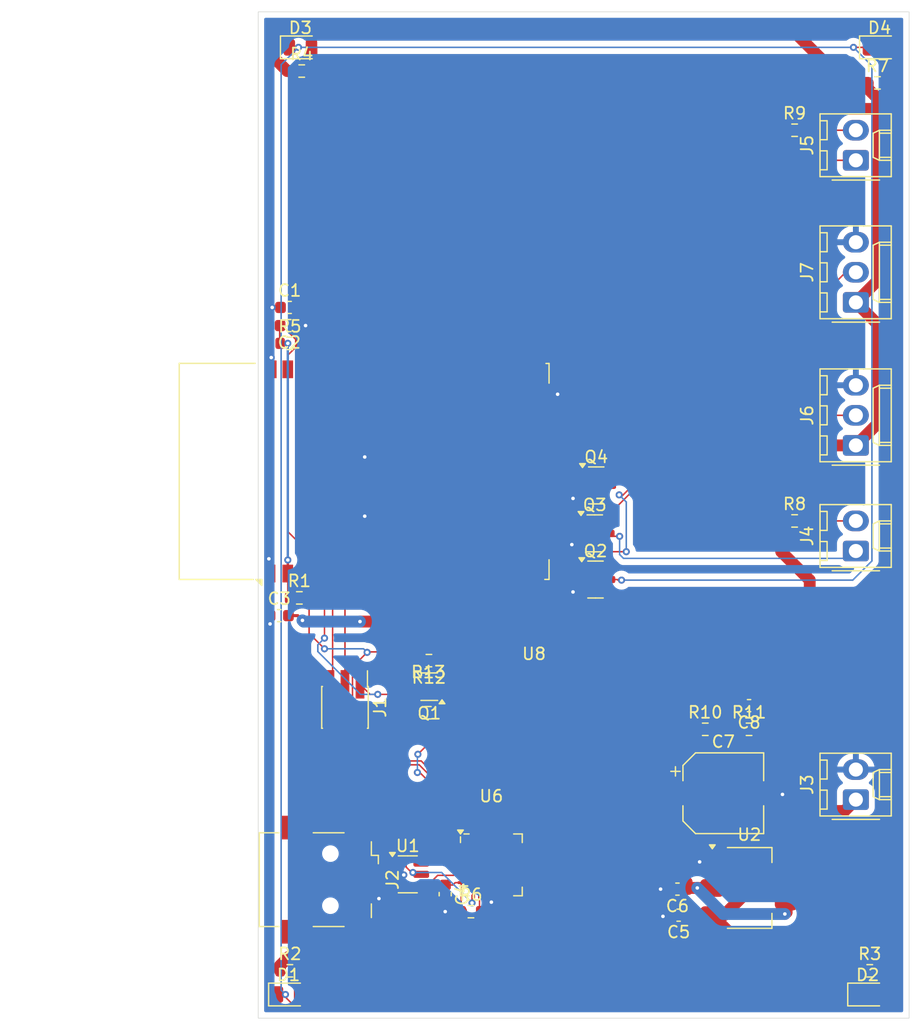
<source format=kicad_pcb>
(kicad_pcb (version 20240108) (generator "pcbnew") (generator_version "8.0")
  (layers (0 "F.Cu" signal) (31 "B.Cu" signal) (34 "B.Paste" user) (35 "F.Paste" user) (36 "B.SilkS" user "B.Silkscreen") (37 "F.SilkS" user "F.Silkscreen") (38 "B.Mask" user) (39 "F.Mask" user) (44 "Edge.Cuts" user))
  (net 0 "")
  (net 1 "EN")
  (net 2 "GND")
  (net 3 "+3.3V")
  (net 4 "+BATT")
  (net 5 "Net-(D1-K)")
  (net 6 "Net-(D1-A)")
  (net 7 "Net-(D2-A)")
  (net 8 "Net-(D3-A)")
  (net 9 "Net-(D4-A)")
  (net 10 "TX")
  (net 11 "+3V3")
  (net 12 "D0")
  (net 13 "GNDD")
  (net 14 "RX")
  (net 15 "Net-(J2-D-)")
  (net 16 "+5V")
  (net 17 "Net-(J2-D+)")
  (net 18 "Net-(J4-Pin_2)")
  (net 19 "Net-(J4-Pin_1)")
  (net 20 "Net-(J5-Pin_2)")
  (net 21 "Net-(J5-Pin_1)")
  (net 22 "/ESP32/GPIO16")
  (net 23 "/ESP32/GPIO14")
  (net 24 "Net-(Q1A-E1)")
  (net 25 "Net-(Q1B-E2)")
  (net 26 "Net-(Q1A-B1)")
  (net 27 "Net-(Q1B-B2)")
  (net 28 "/ESP32/GPIO15")
  (net 29 "/ESP32/GPIO17")
  (net 30 "/ESP32/GPIO18")
  (net 31 "Net-(U6-~{RST})")
  (net 32 "/USB Serial/USB_P")
  (net 33 "/USB Serial/USB_N")
  (net 50 "/ESP32/GPIO37")
  (net 52 "/ESP32/GPIO38")
  (net 53 "/ESP32/GPIO4")
  (net 54 "/ESP32/GPIO13")
  (net 55 "/ESP32/GPIO9")
  (net 57 "/ESP32/GPIO11")
  (net 58 "/ESP32/GPIO6")
  (net 59 "/ESP32/GPIO7")
  (net 61 "/ESP32/GPIO5")
  (net 68 "/ESP32/GPIO8")
  (net 69 "/ESP32/GPIO2")
  (net 72 "/ESP32/GPIO12")
  (net 74 "/ESP32/GPIO10")
  (net 75 "/ESP32/GPIO35")
  (net 77 "/ESP32/GPIO40")
  (footprint "Capacitor_SMD:C_0603_1608Metric" (layer "F.Cu") (at 134.125 75.5 180)
    (property "Reference" "C2")
    (property "Value" "0.1uf")
  )
  (footprint "Resistor_SMD:R_0603_1608Metric" (layer "F.Cu") (at 149.475 125)
    (property "Reference" "R6")
    (property "Value" "1k")
  )
  (footprint "Package_TO_SOT_SMD:SOT-23" (layer "F.Cu") (at 160 96.95)
    (property "Reference" "Q2")
    (property "Value" "AO3400A")
  )
  (footprint "Resistor_SMD:R_0603_1608Metric" (layer "F.Cu") (at 183.825 55)
    (property "Reference" "R7")
    (property "Value" "1k")
  )
  (footprint "Connector_Molex:Molex_KK-254_AE-6410-03A_1x03_P2.54mm_Vertical" (layer "F.Cu") (at 182 85.62 90)
    (property "Reference" "J6")
    (property "Value" "SpeedController")
  )
  (footprint "LED_SMD:LED_0805_2012Metric" (layer "F.Cu") (at 134.0625 132)
    (property "Reference" "D1")
    (property "Value" "LED")
  )
  (footprint "Resistor_SMD:R_0603_1608Metric" (layer "F.Cu") (at 176.825 92)
    (property "Reference" "R8")
    (property "Value" "1k")
  )
  (footprint "Package_TO_SOT_SMD:SOT-23" (layer "F.Cu") (at 160.0625 89)
    (property "Reference" "Q4")
    (property "Value" "AO3400A")
  )
  (footprint "Connector_Molex:Molex_KK-254_AE-6410-03A_1x03_P2.54mm_Vertical" (layer "F.Cu") (at 182 73.54 90)
    (property "Reference" "J7")
    (property "Value" "Servo")
  )
  (footprint "Capacitor_SMD:C_0603_1608Metric" (layer "F.Cu") (at 147.3 123.525 -90)
    (property "Reference" "C4")
    (property "Value" "10u")
  )
  (footprint "Connector_USB:USB_Mini-B_Wuerth_65100516121_Horizontal" (layer "F.Cu") (at 137.6 122.3 -90)
    (property "Reference" "J2")
    (property "Value" "USB_A")
  )
  (footprint "Package_TO_SOT_SMD:SOT-223-3_TabPin2" (layer "F.Cu") (at 173 123)
    (property "Reference" "U2")
    (property "Value" "AP1117-33")
  )
  (footprint "Package_DFN_QFN:QFN-28-1EP_5x5mm_P0.5mm_EP3.35x3.35mm" (layer "F.Cu") (at 151.2 121.05)
    (property "Reference" "U6")
    (property "Value" "CP2102N-Axx-xQFN28")
  )
  (footprint "Connector_Molex:Molex_KK-254_AE-6410-02A_1x02_P2.54mm_Vertical" (layer "F.Cu") (at 182 115.54 90)
    (property "Reference" "J3")
    (property "Value" "Battery")
  )
  (footprint "Capacitor_SMD:C_0603_1608Metric" (layer "F.Cu") (at 167.025 125.3 180)
    (property "Reference" "C5")
    (property "Value" "1u")
  )
  (footprint "Package_TO_SOT_SMD:SOT-363_SC-70-6" (layer "F.Cu") (at 145.95 106 180)
    (property "Reference" "Q1")
    (property "Value" "BC846BS")
  )
  (footprint "LED_SMD:LED_0805_2012Metric" (layer "F.Cu") (at 135.0625 52)
    (property "Reference" "D3")
    (property "Value" "LED")
  )
  (footprint "RF_Module:ESP32-S2-WROVER" (layer "F.Cu") (at 144.275 87.82 90)
    (property "Reference" "U8")
    (property "Value" "ESP32-S2-WROVER")
  )
  (footprint "Resistor_SMD:R_0603_1608Metric" (layer "F.Cu") (at 134.975 98.5)
    (property "Reference" "R1")
    (property "Value" "10K")
  )
  (footprint "Capacitor_SMD:C_0603_1608Metric" (layer "F.Cu") (at 166.925 123.1 180)
    (property "Reference" "C6")
    (property "Value" "1u")
  )
  (footprint "Connector_Molex:Molex_KK-254_AE-6410-02A_1x02_P2.54mm_Vertical" (layer "F.Cu") (at 182 94.54 90)
    (property "Reference" "J4")
    (property "Value" "Conn_01x02")
  )
  (footprint "Resistor_SMD:R_0603_1608Metric" (layer "F.Cu") (at 169.275 109.6)
    (property "Reference" "R10")
    (property "Value" "10K")
  )
  (footprint "Package_TO_SOT_SMD:SOT-23-6" (layer "F.Cu") (at 144.1375 121.85)
    (property "Reference" "U1")
    (property "Value" "USBLC6-2SC6")
  )
  (footprint "Resistor_SMD:R_0603_1608Metric" (layer "F.Cu") (at 176.825 59)
    (property "Reference" "R9")
    (property "Value" "1k")
  )
  (footprint "Resistor_SMD:R_0603_1608Metric" (layer "F.Cu") (at 172.975 109.6)
    (property "Reference" "R11")
    (property "Value" "10K")
  )
  (footprint "Connector_PinHeader_1.27mm:PinHeader_2x03_P1.27mm_Vertical_SMD" (layer "F.Cu") (at 138.83 107.75 -90)
    (property "Reference" "J1")
    (property "Value" "Prog")
  )
  (footprint "Capacitor_SMD:CP_Elec_6.3x5.4" (layer "F.Cu") (at 170.8 115)
    (property "Reference" "C7")
    (property "Value" "100uF")
  )
  (footprint "Capacitor_SMD:C_0603_1608Metric" (layer "F.Cu") (at 172.975 107.6 180)
    (property "Reference" "C8")
    (property "Value" "0.1uf")
  )
  (footprint "LED_SMD:LED_0805_2012Metric" (layer "F.Cu") (at 183 132)
    (property "Reference" "D2")
    (property "Value" "LED")
  )
  (footprint "Resistor_SMD:R_0603_1608Metric" (layer "F.Cu") (at 134.175 77)
    (property "Reference" "R5")
    (property "Value" "10K")
  )
  (footprint "LED_SMD:LED_0805_2012Metric" (layer "F.Cu") (at 184 52)
    (property "Reference" "D4")
    (property "Value" "LED")
  )
  (footprint "Resistor_SMD:R_0603_1608Metric" (layer "F.Cu") (at 135.175 54)
    (property "Reference" "R4")
    (property "Value" "1k")
  )
  (footprint "Capacitor_SMD:C_0603_1608Metric" (layer "F.Cu") (at 133.275 100)
    (property "Reference" "C3")
    (property "Value" "0.1uf")
  )
  (footprint "Resistor_SMD:R_0603_1608Metric" (layer "F.Cu") (at 145.875 108.2)
    (property "Reference" "R13")
    (property "Value" "10k")
  )
  (footprint "Resistor_SMD:R_0603_1608Metric" (layer "F.Cu") (at 183.175 130)
    (property "Reference" "R3")
    (property "Value" "1k")
  )
  (footprint "Connector_Molex:Molex_KK-254_AE-6410-02A_1x02_P2.54mm_Vertical" (layer "F.Cu") (at 182 61.54 90)
    (property "Reference" "J5")
    (property "Value" "Conn_01x02")
  )
  (footprint "Resistor_SMD:R_0603_1608Metric" (layer "F.Cu") (at 145.925 103.8 180)
    (property "Reference" "R12")
    (property "Value" "10k")
  )
  (footprint "Package_TO_SOT_SMD:SOT-23" (layer "F.Cu") (at 159.9375 93.05)
    (property "Reference" "Q3")
    (property "Value" "AO3400A")
  )
  (footprint "Resistor_SMD:R_0603_1608Metric" (layer "F.Cu") (at 134.175 130)
    (property "Reference" "R2")
    (property "Value" "1k")
  )
  (footprint "Capacitor_SMD:C_0603_1608Metric" (layer "F.Cu") (at 134.15675 73.96825)
    (property "Reference" "C1")
    (property "Value" "0.1uf")
  )
  (gr_rect (start 131.5 49) (end 186.5 134) (stroke (width 0.05)) (fill none) (layer "Edge.Cuts"))
  (segment (start 140.95 106.65) (end 140.1 105.8) (width 0.127) (layer "F.Cu") (net 1))
  (segment (start 134 92.9) (end 136.2865 95.1865) (width 0.127) (layer "F.Cu") (net 1))
  (segment (start 136.2865 97.5865) (end 137.1 98.4) (width 0.127) (layer "F.Cu") (net 1))
  (segment (start 145 106.65) (end 140.95 106.65) (width 0.127) (layer "F.Cu") (net 1))
  (segment (start 134 79.195) (end 134 92.9) (width 0.127) (layer "F.Cu") (net 1))
  (segment (start 135 77) (end 134.1865 76.1865) (width 0.127) (layer "F.Cu") (net 1))
  (segment (start 134.1865 76.1865) (end 134.1865 74.7135) (width 0.127) (layer "F.Cu") (net 1))
  (segment (start 134 78) (end 134 79.195) (width 0.127) (layer "F.Cu") (net 1))
  (segment (start 135 77) (end 134 78) (width 0.127) (layer "F.Cu") (net 1))
  (segment (start 136.2865 95.1865) (end 136.2865 97.5865) (width 0.127) (layer "F.Cu") (net 1))
  (segment (start 134.1865 74.7135) (end 134.93175 73.96825) (width 0.127) (layer "F.Cu") (net 1))
  (segment (start 137.1 98.4) (end 137.1 101.9) (width 0.127) (layer "F.Cu") (net 1))
  (via (at 141.6 106.65) (size 0.6) (drill 0.3) (layers "F.Cu" "B.Cu") (net 1))
  (via (at 137.1 101.9) (size 0.6) (drill 0.3) (layers "F.Cu" "B.Cu") (net 1))
  (segment (start 137.1 101.9) (end 136.5365 102.4635) (width 0.127) (layer "B.Cu") (net 1))
  (segment (start 136.5365 102.4635) (end 136.5365 103.03341) (width 0.127) (layer "B.Cu") (net 1))
  (segment (start 136.5365 103.03341) (end 140.15309 106.65) (width 0.127) (layer "B.Cu") (net 1))
  (segment (start 140.15309 106.65) (end 141.6 106.65) (width 0.127) (layer "B.Cu") (net 1))
  (segment (start 143 121.85) (end 143.75 121.85) (width 0.127) (layer "F.Cu") (net 2))
  (segment (start 156.57 81.07) (end 156.8 81.3) (width 0.127) (layer "F.Cu") (net 2))
  (segment (start 140.54 89.01) (end 140.54 91.56) (width 0.127) (layer "F.Cu") (net 2))
  (segment (start 133.38175 73.96825) (end 132.68175 73.96825) (width 0.127) (layer "F.Cu") (net 2))
  (segment (start 150.7 120.55) (end 151.2 121.05) (width 0.127) (layer "F.Cu") (net 2))
  (segment (start 148.75 120.55) (end 150.7 120.55) (width 0.127) (layer "F.Cu") (net 2))
  (segment (start 173.6 115) (end 175.7 115) (width 1) (layer "F.Cu") (net 2))
  (segment (start 132.5 96.445) (end 132.5 95.3) (width 0.127) (layer "F.Cu") (net 2))
  (segment (start 140.2 123.9) (end 141.7 123.9) (width 0.127) (layer "F.Cu") (net 2))
  (segment (start 175.7 115) (end 175.8 115.1) (width 1) (layer "F.Cu") (net 2))
  (segment (start 132.5 100) (end 132.5 100.7) (width 0.127) (layer "F.Cu") (net 2))
  (segment (start 159 94) (end 158 94) (width 0.127) (layer "F.Cu") (net 2))
  (segment (start 132.6 79.195) (end 132.6 78.2) (width 0.127) (layer "F.Cu") (net 2))
  (segment (start 140.54 91.56) (end 140.5 91.6) (width 0.127) (layer "F.Cu") (net 2))
  (segment (start 134.9 75.5) (end 135.5 75.5) (width 0.127) (layer "F.Cu") (net 2))
  (segment (start 151.2 123.5) (end 151.2 124.2) (width 0.127) (layer "F.Cu") (net 2))
  (segment (start 169.85 120.7) (end 168.9 120.7) (width 1) (layer "F.Cu") (net 2))
  (segment (start 165.8 125.3) (end 165.7 125.4) (width 0.254) (layer "F.Cu") (net 2))
  (segment (start 168.9 120.7) (end 168.8 120.8) (width 1) (layer "F.Cu") (net 2))
  (segment (start 166.25 125.3) (end 165.8 125.3) (width 0.254) (layer "F.Cu") (net 2))
  (segment (start 140.2 123.1) (end 140.2 123.9) (width 0.127) (layer "F.Cu") (net 2))
  (segment (start 159.125 89.95) (end 158.25 89.95) (width 0.127) (layer "F.Cu") (net 2))
  (segment (start 166.15 123.1) (end 165.5 123.1) (width 0.254) (layer "F.Cu") (net 2))
  (segment (start 158.2 97.9) (end 158.1 98) (width 0.127) (layer "F.Cu") (net 2))
  (segment (start 140.54 89.01) (end 140.54 86.64) (width 0.127) (layer "F.Cu") (net 2))
  (segment (start 132.5 95.3) (end 132.4 95.2) (width 0.127) (layer "F.Cu") (net 2))
  (segment (start 159.0625 97.9) (end 158.2 97.9) (width 0.127) (layer "F.Cu") (net 2))
  (segment (start 155.75 81.07) (end 156.57 81.07) (width 0.127) (layer "F.Cu") (net 2))
  (segment (start 140.54 86.64) (end 140.5 86.6) (width 0.127) (layer "F.Cu") (net 2))
  (segment (start 147.3 124.3) (end 147.3 125) (width 0.127) (layer "F.Cu") (net 2))
  (segment (start 158.25 89.95) (end 158.1 90.1) (width 0.127) (layer "F.Cu") (net 2))
  (segment (start 143.75 121.85) (end 143.8 121.9) (width 0.127) (layer "F.Cu") (net 2))
  (segment (start 151.2 123.5) (end 151.2 121.05) (width 0.127) (layer "F.Cu") (net 2))
  (via (at 135.5 75.5) (size 0.6) (drill 0.3) (layers "F.Cu" "B.Cu") (net 2))
  (via (at 140.5 91.6) (size 0.6) (drill 0.3) (layers "F.Cu" "B.Cu") (net 2))
  (via (at 141.7 123.9) (size 0.6) (drill 0.3) (layers "F.Cu" "B.Cu") (net 2))
  (via (at 165.5 123.1) (size 0.6) (drill 0.3) (layers "F.Cu" "B.Cu") (net 2))
  (via (at 143.8 121.9) (size 0.6) (drill 0.3) (layers "F.Cu" "B.Cu") (net 2))
  (via (at 151.2 124.2) (size 0.6) (drill 0.3) (layers "F.Cu" "B.Cu") (net 2))
  (via (at 156.8 81.3) (size 0.6) (drill 0.3) (layers "F.Cu" "B.Cu") (net 2))
  (via (at 132.6 78.2) (size 0.6) (drill 0.3) (layers "F.Cu" "B.Cu") (net 2))
  (via (at 140.5 86.6) (size 0.6) (drill 0.3) (layers "F.Cu" "B.Cu") (net 2))
  (via (at 168.8 120.8) (size 0.6) (drill 0.3) (layers "F.Cu" "B.Cu") (net 2))
  (via (at 132.5 100.7) (size 0.6) (drill 0.3) (layers "F.Cu" "B.Cu") (net 2))
  (via (at 147.3 125) (size 0.6) (drill 0.3) (layers "F.Cu" "B.Cu") (net 2))
  (via (at 175.8 115.1) (size 0.6) (drill 0.3) (layers "F.Cu" "B.Cu") (net 2))
  (via (at 132.68175 73.96825) (size 0.6) (drill 0.3) (layers "F.Cu" "B.Cu") (net 2))
  (via (at 132.4 95.2) (size 0.6) (drill 0.3) (layers "F.Cu" "B.Cu") (net 2))
  (via (at 165.7 125.4) (size 0.6) (drill 0.3) (layers "F.Cu" "B.Cu") (net 2))
  (via (at 158.1 98) (size 0.6) (drill 0.3) (layers "F.Cu" "B.Cu") (net 2))
  (via (at 158 94) (size 0.6) (drill 0.3) (layers "F.Cu" "B.Cu") (net 2))
  (via (at 158.1 90.1) (size 0.6) (drill 0.3) (layers "F.Cu" "B.Cu") (net 2))
  (segment (start 134.05 99.95) (end 134.15 99.85) (width 0.127) (layer "F.Cu") (net 3))
  (segment (start 133.35 75.5) (end 133.35 77) (width 0.2) (layer "F.Cu") (net 3))
  (segment (start 133.35 77) (end 134 77) (width 0.2) (layer "F.Cu") (net 3))
  (segment (start 167.7 123.1) (end 167.7 122.520248) (width 1) (layer "F.Cu") (net 3))
  (segment (start 148.65 122.65) (end 148.75 122.55) (width 0.127) (layer "F.Cu") (net 3))
  (segment (start 134.05 100) (end 134.8365 100) (width 0.254) (layer "F.Cu") (net 3))
  (segment (start 176.15 125.05) (end 176 125.2) (width 1) (layer "F.Cu") (net 3))
  (segment (start 145.679752 100.5) (end 140.1 100.5) (width 1) (layer "F.Cu") (net 3))
  (segment (start 134 98.35) (end 134.15 98.5) (width 0.127) (layer "F.Cu") (net 3))
  (segment (start 134.8365 100) (end 135.2365 100.4) (width 0.254) (layer "F.Cu") (net 3))
  (segment (start 165.489876 120.310124) (end 145.679752 100.5) (width 1) (layer "F.Cu") (net 3))
  (segment (start 134 96.445) (end 134 98.35) (width 0.127) (layer "F.Cu") (net 3))
  (segment (start 134.05 100) (end 134.05 99.95) (width 0.127) (layer "F.Cu") (net 3))
  (segment (start 167.8 123) (end 167.7 123.1) (width 1) (layer "F.Cu") (net 3))
  (segment (start 148.65 125) (end 148.65 122.65) (width 0.127) (layer "F.Cu") (net 3))
  (segment (start 134 95.3) (end 134 96.445) (width 0.2) (layer "F.Cu") (net 3))
  (segment (start 167.7 122.520248) (end 165.489876 120.310124) (width 1) (layer "F.Cu") (net 3))
  (segment (start 165.189876 120.310124) (end 158.7 126.8) (width 1) (layer "F.Cu") (net 3))
  (segment (start 176.15 123) (end 176.15 125.05) (width 1) (layer "F.Cu") (net 3))
  (segment (start 158.7 126.8) (end 149.6 126.8) (width 1) (layer "F.Cu") (net 3))
  (segment (start 149.6 126.8) (end 148.65 125.85) (width 1) (layer "F.Cu") (net 3))
  (segment (start 147.95 122.75) (end 148.15 122.55) (width 0.127) (layer "F.Cu") (net 3))
  (segment (start 165.489876 120.310124) (end 165.189876 120.310124) (width 1) (layer "F.Cu") (net 3))
  (segment (start 169.85 123) (end 168.6 123) (width 1) (layer "F.Cu") (net 3))
  (segment (start 134.15 99.85) (end 134.15 98.5) (width 0.127) (layer "F.Cu") (net 3))
  (segment (start 148.15 122.55) (end 148.75 122.55) (width 0.127) (layer "F.Cu") (net 3))
  (segment (start 168.6 123) (end 167.8 123) (width 1) (layer "F.Cu") (net 3))
  (segment (start 148.65 125.85) (end 148.65 125) (width 1) (layer "F.Cu") (net 3))
  (segment (start 147.3 122.75) (end 147.95 122.75) (width 0.127) (layer "F.Cu") (net 3))
  (via (at 135.2365 100.4) (size 0.6) (drill 0.3) (layers "F.Cu" "B.Cu") (net 3))
  (via (at 134 95.3) (size 0.6) (drill 0.3) (layers "F.Cu" "B.Cu") (net 3))
  (via (at 176 125.2) (size 0.6) (drill 0.3) (layers "F.Cu" "B.Cu") (net 3))
  (via (at 134 77) (size 0.6) (drill 0.3) (layers "F.Cu" "B.Cu") (net 3))
  (via (at 140.1 100.5) (size 0.6) (drill 0.3) (layers "F.Cu" "B.Cu") (net 3))
  (via (at 168.6 123) (size 0.6) (drill 0.3) (layers "F.Cu" "B.Cu") (net 3))
  (segment (start 135.3365 100.5) (end 135.2365 100.4) (width 1) (layer "B.Cu") (net 3))
  (segment (start 176 125.2) (end 170.8 125.2) (width 1) (layer "B.Cu") (net 3))
  (segment (start 140.1 100.5) (end 135.3365 100.5) (width 1) (layer "B.Cu") (net 3))
  (segment (start 134 77) (end 134 95.3) (width 0.2) (layer "B.Cu") (net 3))
  (segment (start 170.8 125.2) (end 168.6 123) (width 1) (layer "B.Cu") (net 3))
  (segment (start 182 85.62) (end 183.795 83.825) (width 1) (layer "F.Cu") (net 4))
  (segment (start 134.075 128.825) (end 133.35 129.55) (width 1) (layer "F.Cu") (net 4))
  (segment (start 133.35 129.55) (end 133.35 130) (width 1) (layer "F.Cu") (net 4))
  (segment (start 181.2 55.1) (end 182 55.1) (width 1) (layer "F.Cu") (net 4))
  (segment (start 176 92) (end 175.8 92) (width 1) (layer "F.Cu") (net 4))
  (segment (start 183 55.475) (end 183 55) (width 1) (layer "F.Cu") (net 4))
  (segment (start 183.795 56.27) (end 183 55.475) (width 1) (layer "F.Cu") (net 4))
  (segment (start 178.1 116.5) (end 178.1 97) (width 1) (layer "F.Cu") (net 4))
  (segment (start 134.35 54) (end 133.95 54) (width 1) (layer "F.Cu") (net 4))
  (segment (start 168.45 109.6) (end 168.45 114.55) (width 0.2) (layer "F.Cu") (net 4))
  (segment (start 169.85 125.3) (end 167.8 125.3) (width 1) (layer "F.Cu") (net 4))
  (segment (start 176 59) (end 176 58.525) (width 1) (layer "F.Cu") (net 4))
  (segment (start 132.9 52.95) (end 132.9 51.183582) (width 1) (layer "F.Cu") (net 4))
  (segment (start 181.04 116.5) (end 178.1 116.5) (width 1) (layer "F.Cu") (net 4))
  (segment (start 182.35 130) (end 174.55 130) (width 1) (layer "F.Cu") (net 4))
  (segment (start 174.55 130) (end 169.85 125.3) (width 1) (layer "F.Cu") (net 4))
  (segment (start 176.7 50.6) (end 181.2 55.1) (width 1) (layer "F.Cu") (net 4))
  (segment (start 175.7 92.1) (end 175.7 87.8) (width 1) (layer "F.Cu") (net 4))
  (segment (start 183.795 75.335) (end 182 73.54) (width 1) (layer "F.Cu") (net 4))
  (segment (start 183.795 71.745) (end 183.795 57.2) (width 1) (layer "F.Cu") (net 4))
  (segment (start 182 55.1) (end 182.1 55) (width 1) (layer "F.Cu") (net 4))
  (segment (start 169.85 125.3) (end 170.85 125.3) (width 1) (layer "F.Cu") (net 4))
  (segment (start 182 73.54) (end 183.795 71.745) (width 1) (layer "F.Cu") (net 4))
  (segment (start 178.1 97) (end 175.7 94.6) (width 1) (layer "F.Cu") (net 4))
  (segment (start 174.55 130) (end 173.375 128.825) (width 1) (layer "F.Cu") (net 4))
  (segment (start 177.88 85.62) (end 182 85.62) (width 1) (layer "F.Cu") (net 4))
  (segment (start 175.8 92) (end 175.7 92.1) (width 1) (layer "F.Cu") (net 4))
  (segment (start 168.45 114.55) (end 168 115) (width 0.2) (layer "F.Cu") (net 4))
  (segment (start 178.1 116.5) (end 173.1 116.5) (width 1) (layer "F.Cu") (net 4))
  (segment (start 173.375 128.825) (end 134.075 128.825) (width 1) (layer "F.Cu") (net 4))
  (segment (start 183.795 83.825) (end 183.795 75.335) (width 1) (layer "F.Cu") (net 4))
  (segment (start 176 58.525) (end 177.325 57.2) (width 1) (layer "F.Cu") (net 4))
  (segment (start 132.9 51.183582) (end 133.483582 50.6) (width 1) (layer "F.Cu") (net 4))
  (segment (start 177.325 57.2) (end 183.795 57.2) (width 1) (layer "F.Cu") (net 4))
  (segment (start 182.1 55) (end 183 55) (width 1) (layer "F.Cu") (net 4))
  (segment (start 175.7 94.6) (end 175.7 92.1) (width 1) (layer "F.Cu") (net 4))
  (segment (start 169.5 116.5) (end 168 115) (width 1) (layer "F.Cu") (net 4))
  (segment (start 170.85 125.3) (end 173.1 123.05) (width 1) (layer "F.Cu") (net 4))
  (segment (start 173.1 116.5) (end 169.5 116.5) (width 1) (layer "F.Cu") (net 4))
  (segment (start 133.483582 50.6) (end 176.7 50.6) (width 1) (layer "F.Cu") (net 4))
  (segment (start 133.95 54) (end 132.9 52.95) (width 1) (layer "F.Cu") (net 4))
  (segment (start 182 115.54) (end 181.04 116.5) (width 1) (layer "F.Cu") (net 4))
  (segment (start 183.795 57.2) (end 183.795 56.27) (width 1) (layer "F.Cu") (net 4))
  (segment (start 175.7 87.8) (end 177.88 85.62) (width 1) (layer "F.Cu") (net 4))
  (segment (start 173.1 123.05) (end 173.1 116.5) (width 1) (layer "F.Cu") (net 4))
  (segment (start 133.8 132) (end 133.8 132.224114) (width 0.127) (layer "F.Cu") (net 5))
  (segment (start 134.9 52) (end 134.125 52) (width 0.127) (layer "F.Cu") (net 5))
  (segment (start 134.539386 132.9635) (end 181.099 132.9635) (width 0.127) (layer "F.Cu") (net 5))
  (segment (start 181.099 132.9635) (end 182.0625 132) (width 0.127) (layer "F.Cu") (net 5))
  (segment (start 133.8 132) (end 133.125 132) (width 0.127) (layer "F.Cu") (net 5))
  (segment (start 133.8 132.224114) (end 134.539386 132.9635) (width 0.127) (layer "F.Cu") (net 5))
  (segment (start 183.0625 52) (end 181.8 52) (width 0.127) (layer "F.Cu") (net 5))
  (segment (start 161.9 97) (end 161.85 96.95) (width 0.127) (layer "F.Cu") (net 5))
  (segment (start 162.2 97) (end 161.9 97) (width 0.127) (layer "F.Cu") (net 5))
  (segment (start 161.85 96.95) (end 160.9375 96.95) (width 0.127) (layer "F.Cu") (net 5))
  (via (at 133.8 132) (size 0.6) (drill 0.3) (layers "F.Cu" "B.Cu") (net 5))
  (via (at 162.2 97) (size 0.6) (drill 0.3) (layers "F.Cu" "B.Cu") (net 5))
  (via (at 134.9 52) (size 0.6) (drill 0.3) (layers "F.Cu" "B.Cu") (net 5))
  (via (at 181.8 52) (size 0.6) (drill 0.3) (layers "F.Cu" "B.Cu") (net 5))
  (segment (start 183.3585 53.5585) (end 183.3585 95.379626) (width 0.127) (layer "B.Cu") (net 5))
  (segment (start 183.3585 95.379626) (end 181.738126 97) (width 0.127) (layer "B.Cu") (net 5))
  (segment (start 181.8 52) (end 183.3585 53.5585) (width 0.127) (layer "B.Cu") (net 5))
  (segment (start 181.8 52) (end 134.9 52) (width 0.127) (layer "B.Cu") (net 5))
  (segment (start 181.738126 97) (end 162.2 97) (width 0.127) (layer "B.Cu") (net 5))
  (segment (start 133.4365 131.6365) (end 133.8 132) (width 0.127) (layer "B.Cu") (net 5))
  (segment (start 134.9 52) (end 133.4365 53.4635) (width 0.127) (layer "B.Cu") (net 5))
  (segment (start 133.4365 53.4635) (end 133.4365 131.6365) (width 0.127) (layer "B.Cu") (net 5))
  (segment (start 135 130) (end 135 132) (width 0.127) (layer "F.Cu") (net 6))
  (segment (start 136 52) (end 136 54) (width 1) (layer "F.Cu") (net 8))
  (segment (start 142.8535 91.3465) (end 142.8535 84.3535) (width 0.127) (layer "F.Cu") (net 10))
  (segment (start 138.83 105.8) (end 138.83 97.842) (width 0.127) (layer "F.Cu") (net 10))
  (segment (start 138.036 112.273) (end 136.9265 111.1635) (width 0.127) (layer "F.Cu") (net 10))
  (segment (start 139.2865 94.9135) (end 142.8535 91.3465) (width 0.127) (layer "F.Cu") (net 10))
  (segment (start 139.2865 97.3855) (end 139.2865 94.9135) (width 0.127) (layer "F.Cu") (net 10))
  (segment (start 151.2 118.200001) (end 145.272999 112.273) (width 0.127) (layer "F.Cu") (net 10))
  (segment (start 136.9265 111.1635) (end 136.9265 108.2365) (width 0.127) (layer "F.Cu") (net 10))
  (segment (start 142.8535 84.3535) (end 140.1 81.6) (width 0.127) (layer "F.Cu") (net 10))
  (segment (start 137.063 108.1) (end 137.8 108.1) (width 0.127) (layer "F.Cu") (net 10))
  (segment (start 138.83 107.07) (end 138.83 105.8) (width 0.127) (layer "F.Cu") (net 10))
  (segment (start 140.1 81.6) (end 140.1 79.195) (width 0.127) (layer "F.Cu") (net 10))
  (segment (start 137.8 108.1) (end 138.83 107.07) (width 0.127) (layer "F.Cu") (net 10))
  (segment (start 138.83 97.842) (end 139.2865 97.3855) (width 0.127) (layer "F.Cu") (net 10))
  (segment (start 151.2 118.6) (end 151.2 118.200001) (width 0.127) (layer "F.Cu") (net 10))
  (segment (start 136.9265 108.2365) (end 137.063 108.1) (width 0.127) (layer "F.Cu") (net 10))
  (segment (start 145.272999 112.273) (end 138.036 112.273) (width 0.127) (layer "F.Cu") (net 10))
  (segment (start 147.4135 103.3135) (end 147.4135 104.8365) (width 0.127) (layer "F.Cu") (net 12))
  (segment (start 139.1665 107.2635) (end 139.4365 107.2635) (width 0.127) (layer "F.Cu") (net 12))
  (segment (start 139.4665 107.2335) (end 139.4665 104.3365) (width 0.127) (layer "F.Cu") (net 12))
  (segment (start 135.8 98.5) (end 135.8 101.5) (width 0.127) (layer "F.Cu") (net 12))
  (segment (start 139.4365 107.2635) (end 139.4665 107.2335) (width 0.127) (layer "F.Cu") (net 12))
  (segment (start 147.4135 104.8365) (end 146.9 105.35) (width 0.127) (layer "F.Cu") (net 12))
  (segment (start 135.8 96.745) (end 135.5 96.445) (width 0.127) (layer "F.Cu") (net 12))
  (segment (start 140.7015 103.1015) (end 140.7415 103.0615) (width 0.127) (layer "F.Cu") (net 12))
  (segment (start 137.56 108.87) (end 139.1665 107.2635) (width 0.127) (layer "F.Cu") (net 12))
  (segment (start 147.1615 103.0615) (end 147.4135 103.3135) (width 0.127) (layer "F.Cu") (net 12))
  (segment (start 135.8 101.5) (end 137.1 102.8) (width 0.127) (layer "F.Cu") (net 12))
  (segment (start 135.8 98.5) (end 135.8 96.745) (width 0.127) (layer "F.Cu") (net 12))
  (segment (start 140.7415 103.0615) (end 147.1615 103.0615) (width 0.127) (layer "F.Cu") (net 12))
  (segment (start 137.56 109.7) (end 137.56 108.87) (width 0.127) (layer "F.Cu") (net 12))
  (segment (start 139.4665 104.3365) (end 140.7015 103.1015) (width 0.127) (layer "F.Cu") (net 12))
  (via (at 140.7015 103.1015) (size 0.6) (drill 0.3) (layers "F.Cu" "B.Cu") (net 12))
  (via (at 137.1 102.8) (size 0.6) (drill 0.3) (layers "F.Cu" "B.Cu") (net 12))
  (segment (start 140.4 102.8) (end 140.7015 103.1015) (width 0.127) (layer "B.Cu") (net 12))
  (segment (start 137.1 102.8) (end 140.4 102.8) (width 0.127) (layer "B.Cu") (net 12))
  (segment (start 137.900552 112.6) (end 145.099999 112.6) (width 0.127) (layer "F.Cu") (net 14))
  (segment (start 137.56 107.54) (end 137.160552 107.54) (width 0.127) (layer "F.Cu") (net 14))
  (segment (start 150.7 118.200001) (end 150.7 118.6) (width 0.127) (layer "F.Cu") (net 14))
  (segment (start 137.56 105.8) (end 137.7865 105.5735) (width 0.127) (layer "F.Cu") (net 14))
  (segment (start 136.5995 111.298948) (end 137.900552 112.6) (width 0.127) (layer "F.Cu") (net 14))
  (segment (start 137.160552 107.54) (end 136.5995 108.101052) (width 0.127) (layer "F.Cu") (net 14))
  (segment (start 138.6 79.495) (end 138.6 79.195) (width 0.127) (layer "F.Cu") (net 14))
  (segment (start 137.7865 105.5735) (end 137.7865 80.3085) (width 0.127) (layer "F.Cu") (net 14))
  (segment (start 145.099999 112.6) (end 150.7 118.200001) (width 0.127) (layer "F.Cu") (net 14))
  (segment (start 136.5995 108.101052) (end 136.5995 111.298948) (width 0.127) (layer "F.Cu") (net 14))
  (segment (start 137.7865 80.3085) (end 138.6 79.495) (width 0.127) (layer "F.Cu") (net 14))
  (segment (start 137.56 105.8) (end 137.56 107.54) (width 0.127) (layer "F.Cu") (net 14))
  (segment (start 142.177 120.9) (end 143 120.9) (width 0.127) (layer "F.Cu") (net 15))
  (segment (start 140.2 121.5) (end 141.577 121.5) (width 0.127) (layer "F.Cu") (net 15))
  (segment (start 141.577 121.5) (end 142.177 120.9) (width 0.127) (layer "F.Cu") (net 15))
  (segment (start 145.275 121.85) (end 144.728798 121.85) (width 0.127) (layer "F.Cu") (net 16))
  (segment (start 144.728798 121.85) (end 144.573108 121.69431) (width 0.127) (layer "F.Cu") (net 16))
  (segment (start 145.275 121.85) (end 144.612501 121.85) (width 0.127) (layer "F.Cu") (net 16))
  (segment (start 149.566988 124.266453) (end 149.566988 123.633012) (width 0.127) (layer "F.Cu") (net 16))
  (segment (start 144 120.6) (end 143.7365 120.3365) (width 0.127) (layer "F.Cu") (net 16))
  (segment (start 144.612501 121.85) (end 144 121.237499) (width 0.127) (layer "F.Cu") (net 16))
  (segment (start 149.566988 123.633012) (end 149.7 123.5) (width 0.127) (layer "F.Cu") (net 16))
  (segment (start 141.8 120.7) (end 140.2 120.7) (width 0.127) (layer "F.Cu") (net 16))
  (segment (start 143.7365 120.3365) (end 142.1635 120.3365) (width 0.127) (layer "F.Cu") (net 16))
  (segment (start 142.1635 120.3365) (end 141.8 120.7) (width 0.127) (layer "F.Cu") (net 16))
  (segment (start 144 121.237499) (end 144 120.6) (width 0.127) (layer "F.Cu") (net 16))
  (via (at 144.573108 121.69431) (size 0.6) (drill 0.3) (layers "F.Cu" "B.Cu") (net 16))
  (via (at 149.566988 124.266453) (size 0.6) (drill 0.3) (layers "F.Cu" "B.Cu") (net 16))
  (segment (start 146.994845 121.69431) (end 149.566988 124.266453) (width 0.127) (layer "B.Cu") (net 16))
  (segment (start 144.573108 121.69431) (end 146.994845 121.69431) (width 0.127) (layer "B.Cu") (net 16))
  (segment (start 141.577 122.3) (end 142.077 122.8) (width 0.127) (layer "F.Cu") (net 17))
  (segment (start 140.2 122.3) (end 141.577 122.3) (width 0.127) (layer "F.Cu") (net 17))
  (segment (start 142.077 122.8) (end 143 122.8) (width 0.127) (layer "F.Cu") (net 17))
  (segment (start 177.65 92) (end 182 92) (width 0.127) (layer "F.Cu") (net 18))
  (segment (start 162.0365 93.3) (end 161.125 93.3) (width 0.127) (layer "F.Cu") (net 19))
  (segment (start 161.125 93.3) (end 160.875 93.05) (width 0.127) (layer "F.Cu") (net 19))
  (via (at 162.0365 93.3) (size 0.6) (drill 0.3) (layers "F.Cu" "B.Cu") (net 19))
  (segment (start 162.0365 94.83341) (end 162.0365 93.3) (width 0.127) (layer "B.Cu") (net 19))
  (segment (start 181.3765 95.1635) (end 162.36659 95.1635) (width 0.127) (layer "B.Cu") (net 19))
  (segment (start 162.36659 95.1635) (end 162.0365 94.83341) (width 0.127) (layer "B.Cu") (net 19))
  (segment (start 182 94.54) (end 181.3765 95.1635) (width 0.127) (layer "B.Cu") (net 19))
  (segment (start 177.65 59) (end 182 59) (width 0.127) (layer "F.Cu") (net 20))
  (segment (start 161.7 68.7) (end 161.7 88.3) (width 0.127) (layer "F.Cu") (net 21))
  (segment (start 161.7 88.3) (end 161 89) (width 0.127) (layer "F.Cu") (net 21))
  (segment (start 182 61.54) (end 168.86 61.54) (width 0.127) (layer "F.Cu") (net 21))
  (segment (start 168.86 61.54) (end 161.7 68.7) (width 0.127) (layer "F.Cu") (net 21))
  (segment (start 169.518566 83.08) (end 182 83.08) (width 0.127) (layer "F.Cu") (net 22))
  (segment (start 157.18 92.7) (end 159.898566 92.7) (width 0.127) (layer "F.Cu") (net 22))
  (segment (start 155.75 91.57) (end 156.05 91.57) (width 0.127) (layer "F.Cu") (net 22))
  (segment (start 159.898566 92.7) (end 169.518566 83.08) (width 0.127) (layer "F.Cu") (net 22))
  (segment (start 156.05 91.57) (end 157.18 92.7) (width 0.127) (layer "F.Cu") (net 22))
  (segment (start 160.681434 94.57) (end 160.711434 94.6) (width 0.127) (layer "F.Cu") (net 23))
  (segment (start 162.3 94.6) (end 162.6 94.6) (width 0.127) (layer "F.Cu") (net 23))
  (segment (start 160.711434 94.6) (end 162.3 94.6) (width 0.127) (layer "F.Cu") (net 23))
  (segment (start 155.75 94.57) (end 160.681434 94.57) (width 0.127) (layer "F.Cu") (net 23))
  (segment (start 181.136118 71) (end 162.168059 89.968059) (width 0.127) (layer "F.Cu") (net 23))
  (segment (start 182 71) (end 181.136118 71) (width 0.127) (layer "F.Cu") (net 23))
  (via (at 162.6 94.6) (size 0.6) (drill 0.3) (layers "F.Cu" "B.Cu") (net 23))
  (via (at 162.000828 89.800828) (size 0.6) (drill 0.3) (layers "F.Cu" "B.Cu") (net 23))
  (segment (start 162.6 90.4) (end 162.000828 89.800828) (width 0.127) (layer "B.Cu") (net 23))
  (segment (start 162.6 94.6) (end 162.6 90.4) (width 0.127) (layer "B.Cu") (net 23))
  (segment (start 151.7 118.6) (end 151.7 113.2) (width 0.127) (layer "F.Cu") (net 24))
  (segment (start 151.7 113.2) (end 146.7 108.2) (width 0.127) (layer "F.Cu") (net 24))
  (segment (start 146.7 106.85) (end 146.9 106.65) (width 0.127) (layer "F.Cu") (net 24))
  (segment (start 146.7 108.2) (end 146.7 106.85) (width 0.127) (layer "F.Cu") (net 24))
  (segment (start 145.148456 113.248456) (end 144.951544 113.248456) (width 0.127) (layer "F.Cu") (net 25))
  (segment (start 145.1 105.25) (end 145 105.35) (width 0.127) (layer "F.Cu") (net 25))
  (segment (start 146.0365 105.8365) (end 145.1 104.9) (width 0.127) (layer "F.Cu") (net 25))
  (segment (start 145.1 104.9) (end 145.1 104.4) (width 0.127) (layer "F.Cu") (net 25))
  (segment (start 144.991317 111.7095) (end 146.0365 110.664317) (width 0.127) (layer "F.Cu") (net 25))
  (segment (start 149.7 117.8) (end 145.3 113.4) (width 0.127) (layer "F.Cu") (net 25))
  (segment (start 149.7 118.6) (end 149.7 117.8) (width 0.127) (layer "F.Cu") (net 25))
  (segment (start 145.1 104.4) (end 145.1 105.25) (width 0.127) (layer "F.Cu") (net 25))
  (segment (start 146.0365 110.664317) (end 146.0365 105.8365) (width 0.127) (layer "F.Cu") (net 25))
  (segment (start 145.1 103.8) (end 145.1 104.4) (width 0.127) (layer "F.Cu") (net 25))
  (segment (start 145.3 113.4) (end 145.148456 113.248456) (width 0.127) (layer "F.Cu") (net 25))
  (via (at 144.951544 113.248456) (size 0.6) (drill 0.3) (layers "F.Cu" "B.Cu") (net 25))
  (via (at 144.991317 111.7095) (size 0.6) (drill 0.3) (layers "F.Cu" "B.Cu") (net 25))
  (segment (start 144.951544 111.749273) (end 144.991317 111.7095) (width 0.127) (layer "B.Cu") (net 25))
  (segment (start 144.951544 113.248456) (end 144.951544 111.749273) (width 0.127) (layer "B.Cu") (net 25))
  (segment (start 146.3115 104.2385) (end 146.3115 105.603338) (width 0.127) (layer "F.Cu") (net 26))
  (segment (start 146.75 103.8) (end 146.3115 104.2385) (width 0.127) (layer "F.Cu") (net 26))
  (segment (start 146.3115 105.603338) (end 146.708162 106) (width 0.127) (layer "F.Cu") (net 26))
  (segment (start 146.708162 106) (end 146.9 106) (width 0.127) (layer "F.Cu") (net 26))
  (segment (start 145.5885 107.6615) (end 145.5885 106.1885) (width 0.127) (layer "F.Cu") (net 27))
  (segment (start 145.4 106) (end 145 106) (width 0.127) (layer "F.Cu") (net 27))
  (segment (start 145.5885 106.1885) (end 145.4 106) (width 0.127) (layer "F.Cu") (net 27))
  (segment (start 145.05 108.2) (end 145.5885 107.6615) (width 0.127) (layer "F.Cu") (net 27))
  (segment (start 155.523 93.07) (end 155.75 93.07) (width 0.127) (layer "F.Cu") (net 28))
  (segment (start 158.346 95.2835) (end 154.7365 95.2835) (width 0.127) (layer "F.Cu") (net 28))
  (segment (start 154.7365 93.8565) (end 155.523 93.07) (width 0.127) (layer "F.Cu") (net 28))
  (segment (start 159.0625 96) (end 158.346 95.2835) (width 0.127) (layer "F.Cu") (net 28))
  (segment (start 154.7365 95.2835) (end 154.7365 93.8565) (width 0.127) (layer "F.Cu") (net 28))
  (segment (start 156.97 90.07) (end 155.75 90.07) (width 0.127) (layer "F.Cu") (net 29))
  (segment (start 159 92.1) (end 156.97 90.07) (width 0.127) (layer "F.Cu") (net 29))
  (segment (start 156.27 88.05) (end 155.75 88.57) (width 0.127) (layer "F.Cu") (net 30))
  (segment (start 159.125 88.05) (end 156.27 88.05) (width 0.127) (layer "F.Cu") (net 30))
  (segment (start 150.2 124.9) (end 150.3 125) (width 0.127) (layer "F.Cu") (net 31))
  (segment (start 150.2 123.5) (end 150.2 124.9) (width 0.127) (layer "F.Cu") (net 31))
  (segment (start 145.425 121.05) (end 148.75 121.05) (width 0.127) (layer "F.Cu") (net 32))
  (segment (start 145.275 120.9) (end 145.425 121.05) (width 0.127) (layer "F.Cu") (net 32))
  (segment (start 145.275 122.8) (end 145.8 122.8) (width 0.127) (layer "F.Cu") (net 33))
  (segment (start 148.387234 121.55) (end 148.75 121.55) (width 0.127) (layer "F.Cu") (net 33))
  (segment (start 148.000734 121.9365) (end 148.387234 121.55) (width 0.127) (layer "F.Cu") (net 33))
  (segment (start 146.6635 121.9365) (end 148.000734 121.9365) (width 0.127) (layer "F.Cu") (net 33))
  (segment (start 145.8 122.8) (end 146.6635 121.9365) (width 0.127) (layer "F.Cu") (net 33))
  (segment (start 159.8 99.3) (end 143.7 99.3) (width 0.2) (layer "F.Cu") (net 61))
  (segment (start 143 98.6) (end 143 96.445) (width 0.2) (layer "F.Cu") (net 61))
  (segment (start 172.2 107.6) (end 172.2 109.55) (width 0.2) (layer "F.Cu") (net 61))
  (segment (start 172.2 109.55) (end 172.15 109.6) (width 0.2) (layer "F.Cu") (net 61))
  (segment (start 170.1 109.6) (end 172.15 109.6) (width 0.2) (layer "F.Cu") (net 61))
  (segment (start 170.1 109.6) (end 159.8 99.3) (width 0.2) (layer "F.Cu") (net 61))
  (segment (start 143.7 99.3) (end 143 98.6) (width 0.2) (layer "F.Cu") (net 61))
  (zone (net 2) (net_name "GND") (layer "B.Cu") (connect_pads (clearance 0.5)) (min_thickness 0.25) (fill yes (thermal_gap 0.5) (thermal_bridge_width 0.5))
    (polygon (pts (xy 131 48) (xy 187 48) (xy 187 134) (xy 131 134)))
  )
)
</source>
